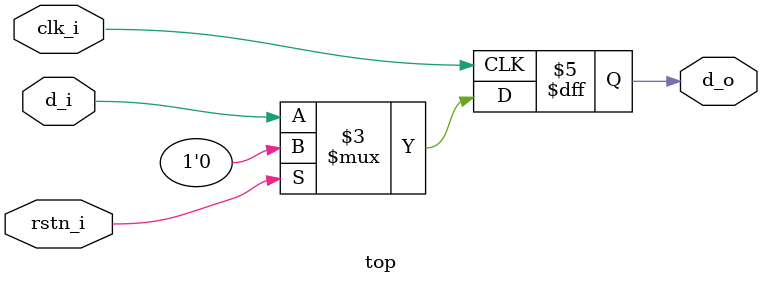
<source format=sv>
module top (

  input        clk_i,
  input        rstn_i,

  input        d_i,
  output logic d_o
);

  always_ff @(posedge clk_i) begin : proc_d_o
    if(rstn_i) begin
      d_o <= 0;
    end 
    else begin
      d_o <= d_i;
    end
  end

endmodule // top
</source>
